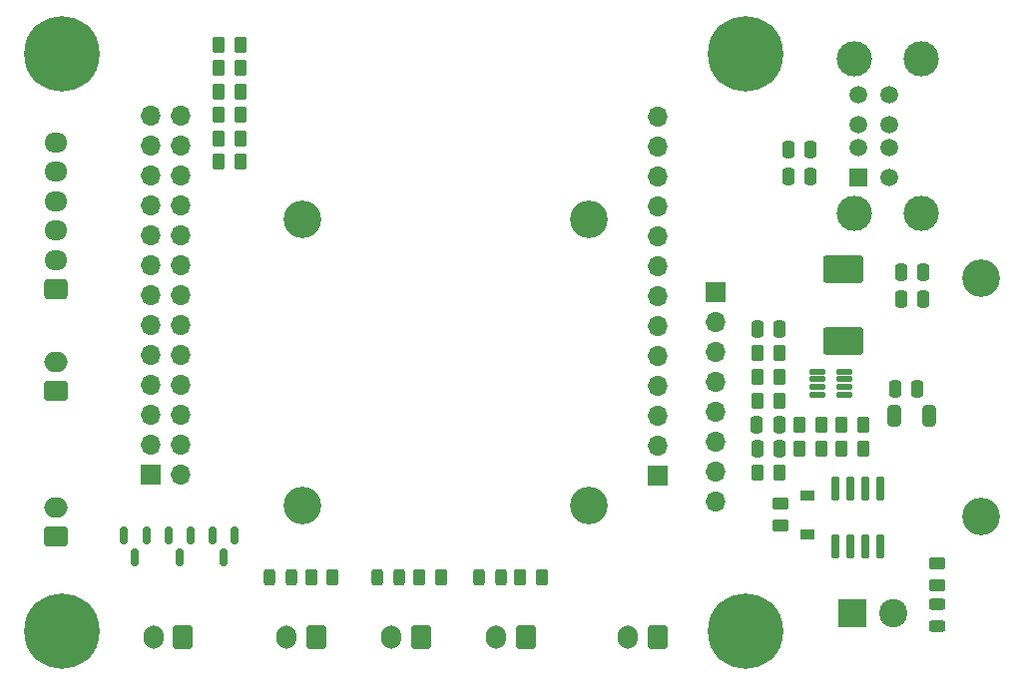
<source format=gbr>
%TF.GenerationSoftware,KiCad,Pcbnew,(6.0.0)*%
%TF.CreationDate,2022-01-20T10:39:02+08:00*%
%TF.ProjectId,orange_juice_board,6f72616e-6765-45f6-9a75-6963655f626f,rev?*%
%TF.SameCoordinates,Original*%
%TF.FileFunction,Soldermask,Top*%
%TF.FilePolarity,Negative*%
%FSLAX46Y46*%
G04 Gerber Fmt 4.6, Leading zero omitted, Abs format (unit mm)*
G04 Created by KiCad (PCBNEW (6.0.0)) date 2022-01-20 10:39:02*
%MOMM*%
%LPD*%
G01*
G04 APERTURE LIST*
G04 Aperture macros list*
%AMRoundRect*
0 Rectangle with rounded corners*
0 $1 Rounding radius*
0 $2 $3 $4 $5 $6 $7 $8 $9 X,Y pos of 4 corners*
0 Add a 4 corners polygon primitive as box body*
4,1,4,$2,$3,$4,$5,$6,$7,$8,$9,$2,$3,0*
0 Add four circle primitives for the rounded corners*
1,1,$1+$1,$2,$3*
1,1,$1+$1,$4,$5*
1,1,$1+$1,$6,$7*
1,1,$1+$1,$8,$9*
0 Add four rect primitives between the rounded corners*
20,1,$1+$1,$2,$3,$4,$5,0*
20,1,$1+$1,$4,$5,$6,$7,0*
20,1,$1+$1,$6,$7,$8,$9,0*
20,1,$1+$1,$8,$9,$2,$3,0*%
G04 Aperture macros list end*
%ADD10RoundRect,0.150000X-0.150000X0.587500X-0.150000X-0.587500X0.150000X-0.587500X0.150000X0.587500X0*%
%ADD11RoundRect,0.250000X0.262500X0.450000X-0.262500X0.450000X-0.262500X-0.450000X0.262500X-0.450000X0*%
%ADD12RoundRect,0.250000X0.750000X-0.600000X0.750000X0.600000X-0.750000X0.600000X-0.750000X-0.600000X0*%
%ADD13O,2.000000X1.700000*%
%ADD14RoundRect,0.042000X-0.258000X0.943000X-0.258000X-0.943000X0.258000X-0.943000X0.258000X0.943000X0*%
%ADD15RoundRect,0.250000X-0.262500X-0.450000X0.262500X-0.450000X0.262500X0.450000X-0.262500X0.450000X0*%
%ADD16RoundRect,0.250000X-0.250000X-0.475000X0.250000X-0.475000X0.250000X0.475000X-0.250000X0.475000X0*%
%ADD17RoundRect,0.250000X0.250000X0.475000X-0.250000X0.475000X-0.250000X-0.475000X0.250000X-0.475000X0*%
%ADD18RoundRect,0.125000X0.537500X0.125000X-0.537500X0.125000X-0.537500X-0.125000X0.537500X-0.125000X0*%
%ADD19RoundRect,0.243750X-0.243750X-0.456250X0.243750X-0.456250X0.243750X0.456250X-0.243750X0.456250X0*%
%ADD20R,1.700000X1.700000*%
%ADD21O,1.700000X1.700000*%
%ADD22RoundRect,0.250000X0.600000X0.750000X-0.600000X0.750000X-0.600000X-0.750000X0.600000X-0.750000X0*%
%ADD23O,1.700000X2.000000*%
%ADD24C,3.200000*%
%ADD25R,1.200000X0.900000*%
%ADD26RoundRect,0.250000X0.725000X-0.600000X0.725000X0.600000X-0.725000X0.600000X-0.725000X-0.600000X0*%
%ADD27O,1.950000X1.700000*%
%ADD28RoundRect,0.235000X1.465000X-0.940000X1.465000X0.940000X-1.465000X0.940000X-1.465000X-0.940000X0*%
%ADD29C,6.400000*%
%ADD30C,0.800000*%
%ADD31R,2.400000X2.400000*%
%ADD32C,2.400000*%
%ADD33RoundRect,0.250000X-0.450000X0.262500X-0.450000X-0.262500X0.450000X-0.262500X0.450000X0.262500X0*%
%ADD34R,1.500000X1.500000*%
%ADD35C,1.500000*%
%ADD36C,3.000000*%
%ADD37RoundRect,0.250000X-0.325000X-0.650000X0.325000X-0.650000X0.325000X0.650000X-0.325000X0.650000X0*%
%ADD38RoundRect,0.243750X0.456250X-0.243750X0.456250X0.243750X-0.456250X0.243750X-0.456250X-0.243750X0*%
G04 APERTURE END LIST*
D10*
%TO.C,Q3*%
X104400000Y-104412500D03*
X102500000Y-104412500D03*
X103450000Y-106287500D03*
%TD*%
D11*
%TO.C,R7*%
X157884500Y-94996000D03*
X156059500Y-94996000D03*
%TD*%
%TO.C,R6*%
X154328500Y-92919000D03*
X152503500Y-92919000D03*
%TD*%
%TO.C,R8*%
X154328500Y-99060000D03*
X152503500Y-99060000D03*
%TD*%
D10*
%TO.C,Q2*%
X108138000Y-104345500D03*
X106238000Y-104345500D03*
X107188000Y-106220500D03*
%TD*%
D12*
%TO.C,J9*%
X92975000Y-92150000D03*
D13*
X92975000Y-89650000D03*
%TD*%
D14*
%TO.C,Q1*%
X162941000Y-100395000D03*
X161671000Y-100395000D03*
X160401000Y-100395000D03*
X159131000Y-100395000D03*
X159131000Y-105345000D03*
X162941000Y-105345000D03*
X160401000Y-105345000D03*
X161671000Y-105345000D03*
%TD*%
D15*
%TO.C,R12*%
X114625000Y-107950000D03*
X116450000Y-107950000D03*
%TD*%
D11*
%TO.C,R17*%
X108608500Y-68681600D03*
X106783500Y-68681600D03*
%TD*%
D15*
%TO.C,R2*%
X159615500Y-97028000D03*
X161440500Y-97028000D03*
%TD*%
D16*
%TO.C,C4*%
X164658000Y-84328000D03*
X166558000Y-84328000D03*
%TD*%
D11*
%TO.C,R13*%
X108608500Y-62738000D03*
X106783500Y-62738000D03*
%TD*%
D17*
%TO.C,C8*%
X157000000Y-71614000D03*
X155100000Y-71614000D03*
%TD*%
D18*
%TO.C,U1*%
X159887500Y-92415000D03*
X159887500Y-91765000D03*
X159887500Y-91115000D03*
X159887500Y-90465000D03*
X157612500Y-90465000D03*
X157612500Y-91115000D03*
X157612500Y-91765000D03*
X157612500Y-92415000D03*
%TD*%
D19*
%TO.C,D3*%
X120220500Y-107950000D03*
X122095500Y-107950000D03*
%TD*%
D20*
%TO.C,J2*%
X100980000Y-99250000D03*
D21*
X103520000Y-99250000D03*
X100980000Y-96710000D03*
X103520000Y-96710000D03*
X100980000Y-94170000D03*
X103520000Y-94170000D03*
X100980000Y-91630000D03*
X103520000Y-91630000D03*
X100980000Y-89090000D03*
X103520000Y-89090000D03*
X100980000Y-86550000D03*
X103520000Y-86550000D03*
X100980000Y-84010000D03*
X103520000Y-84010000D03*
X100980000Y-81470000D03*
X103520000Y-81470000D03*
X100980000Y-78930000D03*
X103520000Y-78930000D03*
X100980000Y-76390000D03*
X103520000Y-76390000D03*
X100980000Y-73850000D03*
X103520000Y-73850000D03*
X100980000Y-71310000D03*
X103520000Y-71310000D03*
X100980000Y-68770000D03*
X103520000Y-68770000D03*
%TD*%
D20*
%TO.C,J3*%
X143995000Y-99275000D03*
D21*
X143995000Y-96735000D03*
X143995000Y-94195000D03*
X143995000Y-91655000D03*
X143995000Y-89115000D03*
X143995000Y-86575000D03*
X143995000Y-84035000D03*
X143995000Y-81495000D03*
X143995000Y-78955000D03*
X143995000Y-76415000D03*
X143995000Y-73875000D03*
X143995000Y-71335000D03*
X143995000Y-68795000D03*
%TD*%
D11*
%TO.C,R18*%
X108608500Y-72644000D03*
X106783500Y-72644000D03*
%TD*%
D22*
%TO.C,J8*%
X103750000Y-113025000D03*
D23*
X101250000Y-113025000D03*
%TD*%
D22*
%TO.C,J6*%
X115062000Y-113030000D03*
D23*
X112562000Y-113030000D03*
%TD*%
D16*
%TO.C,C5*%
X164658000Y-82042000D03*
X166558000Y-82042000D03*
%TD*%
D11*
%TO.C,R15*%
X108600000Y-70662800D03*
X106775000Y-70662800D03*
%TD*%
D17*
%TO.C,C7*%
X154366000Y-97023000D03*
X152466000Y-97023000D03*
%TD*%
D11*
%TO.C,R16*%
X108608500Y-64719200D03*
X106783500Y-64719200D03*
%TD*%
D22*
%TO.C,J10*%
X144000000Y-113000000D03*
D23*
X141500000Y-113000000D03*
%TD*%
D24*
%TO.C,H8*%
X113850000Y-101850000D03*
%TD*%
D19*
%TO.C,D2*%
X128836000Y-107950000D03*
X130711000Y-107950000D03*
%TD*%
D24*
%TO.C,H5*%
X138150000Y-77550000D03*
%TD*%
D25*
%TO.C,D1*%
X156718000Y-104266000D03*
X156718000Y-100966000D03*
%TD*%
D22*
%TO.C,J5*%
X123952000Y-113025000D03*
D23*
X121452000Y-113025000D03*
%TD*%
D11*
%TO.C,R1*%
X161440500Y-94996000D03*
X159615500Y-94996000D03*
%TD*%
D10*
%TO.C,Q4*%
X100650000Y-104412500D03*
X98750000Y-104412500D03*
X99700000Y-106287500D03*
%TD*%
D24*
%TO.C,H3*%
X171450000Y-82500000D03*
%TD*%
D16*
%TO.C,C3*%
X164150000Y-91948000D03*
X166050000Y-91948000D03*
%TD*%
D15*
%TO.C,R3*%
X152503500Y-90912000D03*
X154328500Y-90912000D03*
%TD*%
D16*
%TO.C,C6*%
X152466000Y-86868000D03*
X154366000Y-86868000D03*
%TD*%
D26*
%TO.C,J11*%
X93000000Y-83500000D03*
D27*
X93000000Y-81000000D03*
X93000000Y-78500000D03*
X93000000Y-76000000D03*
X93000000Y-73500000D03*
X93000000Y-71000000D03*
%TD*%
D24*
%TO.C,H10*%
X138150000Y-101850000D03*
%TD*%
D28*
%TO.C,L1*%
X159766000Y-87861000D03*
X159766000Y-81811000D03*
%TD*%
D11*
%TO.C,R9*%
X157884500Y-97015142D03*
X156059500Y-97015142D03*
%TD*%
D29*
%TO.C,H1*%
X93500000Y-63500000D03*
D30*
X95197056Y-61802944D03*
X93500000Y-65900000D03*
X95197056Y-65197056D03*
X91802944Y-65197056D03*
X95900000Y-63500000D03*
X91100000Y-63500000D03*
X93500000Y-61100000D03*
X91802944Y-61802944D03*
%TD*%
%TO.C,H4*%
X151500000Y-61100000D03*
D29*
X151500000Y-63500000D03*
D30*
X149100000Y-63500000D03*
X149802944Y-65197056D03*
X149802944Y-61802944D03*
X153197056Y-65197056D03*
X151500000Y-65900000D03*
X153197056Y-61802944D03*
X153900000Y-63500000D03*
%TD*%
D11*
%TO.C,R14*%
X108608500Y-66700400D03*
X106783500Y-66700400D03*
%TD*%
D19*
%TO.C,D4*%
X111076500Y-107950000D03*
X112951500Y-107950000D03*
%TD*%
D31*
%TO.C,J1*%
X160500000Y-111000000D03*
D32*
X164000000Y-111000000D03*
%TD*%
D15*
%TO.C,R10*%
X132345000Y-107950000D03*
X134170000Y-107950000D03*
%TD*%
D33*
%TO.C,R19*%
X167750000Y-106760000D03*
X167750000Y-108585000D03*
%TD*%
D20*
%TO.C,J12*%
X148925000Y-83725000D03*
D21*
X148925000Y-86265000D03*
X148925000Y-88805000D03*
X148925000Y-91345000D03*
X148925000Y-93885000D03*
X148925000Y-96425000D03*
X148925000Y-98965000D03*
X148925000Y-101505000D03*
%TD*%
D12*
%TO.C,J7*%
X93000000Y-104500000D03*
D13*
X93000000Y-102000000D03*
%TD*%
D24*
%TO.C,H6*%
X171450000Y-102800000D03*
%TD*%
D11*
%TO.C,R4*%
X154328500Y-88905000D03*
X152503500Y-88905000D03*
%TD*%
D17*
%TO.C,C1*%
X154350000Y-94956000D03*
X152450000Y-94956000D03*
%TD*%
%TO.C,C9*%
X157000000Y-73900000D03*
X155100000Y-73900000D03*
%TD*%
D30*
%TO.C,H7*%
X91802944Y-110802944D03*
X91802944Y-114197056D03*
D29*
X93500000Y-112500000D03*
D30*
X95900000Y-112500000D03*
X91100000Y-112500000D03*
X93500000Y-114900000D03*
X95197056Y-114197056D03*
X93500000Y-110100000D03*
X95197056Y-110802944D03*
%TD*%
D34*
%TO.C,USB1*%
X161014000Y-73985000D03*
D35*
X161014000Y-71485000D03*
X161014000Y-69485000D03*
X161014000Y-66985000D03*
X163634000Y-73985000D03*
X163634000Y-71485000D03*
X163634000Y-69485000D03*
X163634000Y-66985000D03*
D36*
X166344000Y-77055000D03*
X160664000Y-63915000D03*
X166344000Y-63915000D03*
X160664000Y-77055000D03*
%TD*%
D37*
%TO.C,C2*%
X164133000Y-94234000D03*
X167083000Y-94234000D03*
%TD*%
D30*
%TO.C,H9*%
X149100000Y-112500000D03*
X151500000Y-114900000D03*
X153900000Y-112500000D03*
X153197056Y-110802944D03*
X149802944Y-110802944D03*
X149802944Y-114197056D03*
X151500000Y-110100000D03*
X153197056Y-114197056D03*
D29*
X151500000Y-112500000D03*
%TD*%
D38*
%TO.C,D5*%
X167750000Y-112127500D03*
X167750000Y-110252500D03*
%TD*%
D15*
%TO.C,R11*%
X123801500Y-107950000D03*
X125626500Y-107950000D03*
%TD*%
D33*
%TO.C,R5*%
X154432000Y-101703500D03*
X154432000Y-103528500D03*
%TD*%
D22*
%TO.C,J4*%
X132842000Y-113025000D03*
D23*
X130342000Y-113025000D03*
%TD*%
D24*
%TO.C,H2*%
X113850000Y-77550000D03*
%TD*%
M02*

</source>
